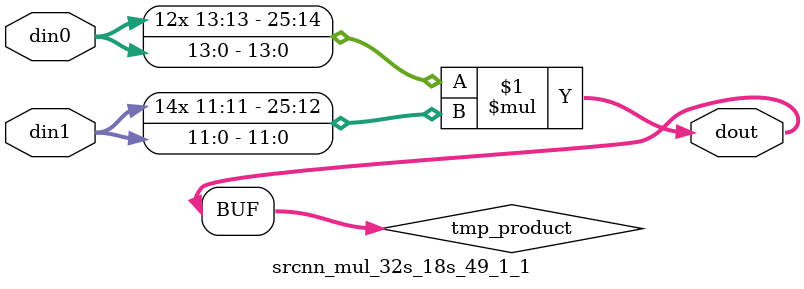
<source format=v>

`timescale 1 ns / 1 ps

  module srcnn_mul_32s_18s_49_1_1(din0, din1, dout);
parameter ID = 1;
parameter NUM_STAGE = 0;
parameter din0_WIDTH = 14;
parameter din1_WIDTH = 12;
parameter dout_WIDTH = 26;

input [din0_WIDTH - 1 : 0] din0; 
input [din1_WIDTH - 1 : 0] din1; 
output [dout_WIDTH - 1 : 0] dout;

wire signed [dout_WIDTH - 1 : 0] tmp_product;













assign tmp_product = $signed(din0) * $signed(din1);








assign dout = tmp_product;







endmodule

</source>
